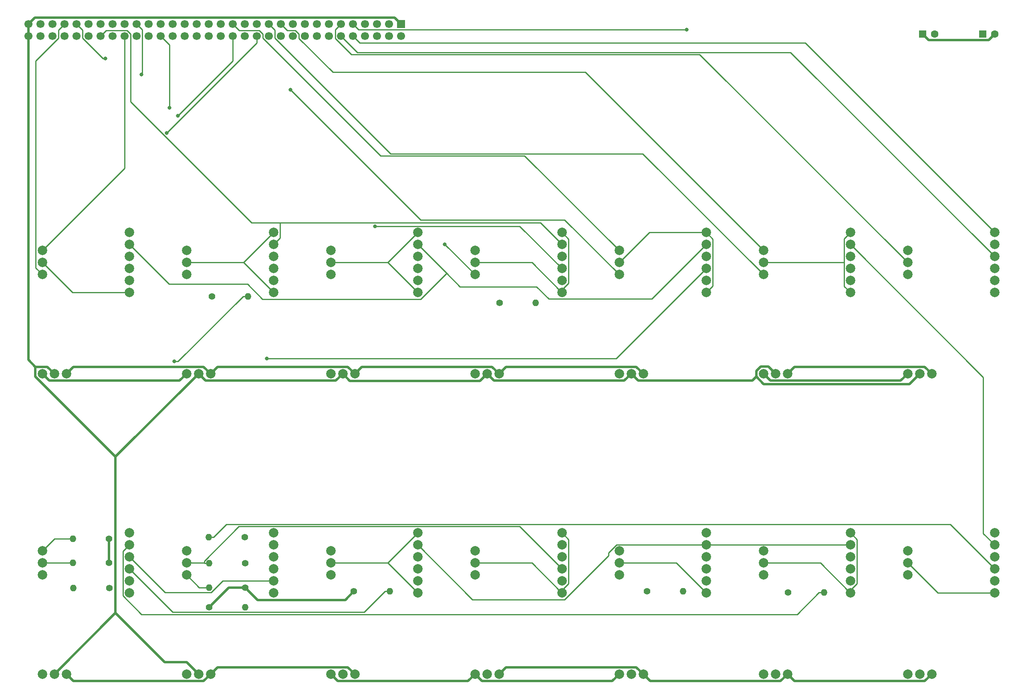
<source format=gbr>
G04 #@! TF.GenerationSoftware,KiCad,Pcbnew,(5.0.0)*
G04 #@! TF.CreationDate,2019-08-30T22:53:04+01:00*
G04 #@! TF.ProjectId,A-FK,412D464B2E6B696361645F7063620000,rev?*
G04 #@! TF.SameCoordinates,Original*
G04 #@! TF.FileFunction,Copper,L1,Top,Signal*
G04 #@! TF.FilePolarity,Positive*
%FSLAX46Y46*%
G04 Gerber Fmt 4.6, Leading zero omitted, Abs format (unit mm)*
G04 Created by KiCad (PCBNEW (5.0.0)) date 08/30/19 22:53:04*
%MOMM*%
%LPD*%
G01*
G04 APERTURE LIST*
G04 #@! TA.AperFunction,ComponentPad*
%ADD10C,2.000000*%
G04 #@! TD*
G04 #@! TA.AperFunction,ComponentPad*
%ADD11C,1.400000*%
G04 #@! TD*
G04 #@! TA.AperFunction,ComponentPad*
%ADD12O,1.400000X1.400000*%
G04 #@! TD*
G04 #@! TA.AperFunction,ComponentPad*
%ADD13C,1.600000*%
G04 #@! TD*
G04 #@! TA.AperFunction,ComponentPad*
%ADD14R,1.600000X1.600000*%
G04 #@! TD*
G04 #@! TA.AperFunction,ComponentPad*
%ADD15C,1.700000*%
G04 #@! TD*
G04 #@! TA.AperFunction,ComponentPad*
%ADD16R,1.700000X1.700000*%
G04 #@! TD*
G04 #@! TA.AperFunction,ViaPad*
%ADD17C,0.800000*%
G04 #@! TD*
G04 #@! TA.AperFunction,Conductor*
%ADD18C,0.500000*%
G04 #@! TD*
G04 #@! TA.AperFunction,Conductor*
%ADD19C,0.250000*%
G04 #@! TD*
G04 APERTURE END LIST*
D10*
G04 #@! TO.P,U8,13*
G04 #@! TO.N,CRS*
X225425000Y-78740000D03*
G04 #@! TO.P,U8,12*
G04 #@! TO.N,SFD*
X225425000Y-81280000D03*
G04 #@! TO.P,U8,11*
G04 #@! TO.N,N/C*
X225425000Y-83820000D03*
G04 #@! TO.P,U8,6*
G04 #@! TO.N,CRSm*
X243840000Y-74930000D03*
G04 #@! TO.P,U8,5*
G04 #@! TO.N,N/C*
X243840000Y-77470000D03*
G04 #@! TO.P,U8,4*
G04 #@! TO.N,SFDm*
X243840000Y-80010000D03*
G04 #@! TO.P,U8,3*
G04 #@! TO.N,N/C*
X243840000Y-82550000D03*
G04 #@! TO.P,U8,2*
X243840000Y-85090000D03*
G04 #@! TO.P,U8,1*
X243840000Y-87630000D03*
G04 #@! TO.P,U8,23*
G04 #@! TO.N,Neg6v*
X230505000Y-104775000D03*
G04 #@! TO.P,U8,22*
G04 #@! TO.N,GND*
X227965000Y-104775000D03*
G04 #@! TO.P,U8,21*
G04 #@! TO.N,6v*
X225425000Y-104775000D03*
G04 #@! TD*
G04 #@! TO.P,U1,13*
G04 #@! TO.N,OTG-1*
X225425000Y-142240000D03*
G04 #@! TO.P,U1,12*
G04 #@! TO.N,Net-(U1-Pad1)*
X225425000Y-144780000D03*
G04 #@! TO.P,U1,11*
G04 #@! TO.N,OTG-2*
X225425000Y-147320000D03*
G04 #@! TO.P,U1,6*
G04 #@! TO.N,Net-(U1-Pad1)*
X243840000Y-138430000D03*
G04 #@! TO.P,U1,5*
G04 #@! TO.N,RESET-2*
X243840000Y-140970000D03*
G04 #@! TO.P,U1,4*
G04 #@! TO.N,N/C*
X243840000Y-143510000D03*
G04 #@! TO.P,U1,3*
G04 #@! TO.N,Net-(R8-Pad2)*
X243840000Y-146050000D03*
G04 #@! TO.P,U1,2*
G04 #@! TO.N,N/C*
X243840000Y-148590000D03*
G04 #@! TO.P,U1,1*
G04 #@! TO.N,Net-(U1-Pad1)*
X243840000Y-151130000D03*
G04 #@! TO.P,U1,23*
G04 #@! TO.N,Neg6v*
X230505000Y-168275000D03*
G04 #@! TO.P,U1,22*
G04 #@! TO.N,GND*
X227965000Y-168275000D03*
G04 #@! TO.P,U1,21*
G04 #@! TO.N,6v*
X225425000Y-168275000D03*
G04 #@! TD*
G04 #@! TO.P,U12,13*
G04 #@! TO.N,OTA-1*
X103505000Y-78740000D03*
G04 #@! TO.P,U12,12*
G04 #@! TO.N,Net-(U12-Pad1)*
X103505000Y-81280000D03*
G04 #@! TO.P,U12,11*
G04 #@! TO.N,OTA-2*
X103505000Y-83820000D03*
G04 #@! TO.P,U12,6*
G04 #@! TO.N,Net-(U12-Pad1)*
X121920000Y-74930000D03*
G04 #@! TO.P,U12,5*
G04 #@! TO.N,RESET-2*
X121920000Y-77470000D03*
G04 #@! TO.P,U12,4*
G04 #@! TO.N,N/C*
X121920000Y-80010000D03*
G04 #@! TO.P,U12,3*
G04 #@! TO.N,OTA-'*
X121920000Y-82550000D03*
G04 #@! TO.P,U12,2*
G04 #@! TO.N,N/C*
X121920000Y-85090000D03*
G04 #@! TO.P,U12,1*
G04 #@! TO.N,Net-(U12-Pad1)*
X121920000Y-87630000D03*
G04 #@! TO.P,U12,23*
G04 #@! TO.N,Neg6v*
X108585000Y-104775000D03*
G04 #@! TO.P,U12,22*
G04 #@! TO.N,GND*
X106045000Y-104775000D03*
G04 #@! TO.P,U12,21*
G04 #@! TO.N,6v*
X103505000Y-104775000D03*
G04 #@! TD*
G04 #@! TO.P,U11,13*
G04 #@! TO.N,GTM1*
X133985000Y-78740000D03*
G04 #@! TO.P,U11,12*
G04 #@! TO.N,Net-(U11-Pad1)*
X133985000Y-81280000D03*
G04 #@! TO.P,U11,11*
G04 #@! TO.N,GTM2*
X133985000Y-83820000D03*
G04 #@! TO.P,U11,6*
G04 #@! TO.N,Net-(U11-Pad1)*
X152400000Y-74930000D03*
G04 #@! TO.P,U11,5*
G04 #@! TO.N,t4*
X152400000Y-77470000D03*
G04 #@! TO.P,U11,4*
G04 #@! TO.N,N/C*
X152400000Y-80010000D03*
G04 #@! TO.P,U11,3*
G04 #@! TO.N,GTMa*
X152400000Y-82550000D03*
G04 #@! TO.P,U11,2*
G04 #@! TO.N,N/C*
X152400000Y-85090000D03*
G04 #@! TO.P,U11,1*
G04 #@! TO.N,Net-(U11-Pad1)*
X152400000Y-87630000D03*
G04 #@! TO.P,U11,23*
G04 #@! TO.N,Neg6v*
X139065000Y-104775000D03*
G04 #@! TO.P,U11,22*
G04 #@! TO.N,GND*
X136525000Y-104775000D03*
G04 #@! TO.P,U11,21*
G04 #@! TO.N,6v*
X133985000Y-104775000D03*
G04 #@! TD*
G04 #@! TO.P,U14,13*
G04 #@! TO.N,OTQ-2*
X42545000Y-78740000D03*
G04 #@! TO.P,U14,12*
G04 #@! TO.N,Net-(U14-Pad1)*
X42545000Y-81280000D03*
G04 #@! TO.P,U14,11*
G04 #@! TO.N,OTQ-1*
X42545000Y-83820000D03*
G04 #@! TO.P,U14,6*
G04 #@! TO.N,Net-(U14-Pad1)*
X60960000Y-74930000D03*
G04 #@! TO.P,U14,5*
G04 #@! TO.N,RESET-2*
X60960000Y-77470000D03*
G04 #@! TO.P,U14,4*
G04 #@! TO.N,N/C*
X60960000Y-80010000D03*
G04 #@! TO.P,U14,3*
G04 #@! TO.N,Net-(R3-Pad2)*
X60960000Y-82550000D03*
G04 #@! TO.P,U14,2*
G04 #@! TO.N,N/C*
X60960000Y-85090000D03*
G04 #@! TO.P,U14,1*
G04 #@! TO.N,Net-(U14-Pad1)*
X60960000Y-87630000D03*
G04 #@! TO.P,U14,23*
G04 #@! TO.N,Neg6v*
X47625000Y-104775000D03*
G04 #@! TO.P,U14,22*
G04 #@! TO.N,GND*
X45085000Y-104775000D03*
G04 #@! TO.P,U14,21*
G04 #@! TO.N,6v*
X42545000Y-104775000D03*
G04 #@! TD*
G04 #@! TO.P,U13,13*
G04 #@! TO.N,GTQ2*
X73025000Y-78740000D03*
G04 #@! TO.P,U13,12*
G04 #@! TO.N,Net-(U13-Pad1)*
X73025000Y-81280000D03*
G04 #@! TO.P,U13,11*
G04 #@! TO.N,GTQ1*
X73025000Y-83820000D03*
G04 #@! TO.P,U13,6*
G04 #@! TO.N,Net-(U13-Pad1)*
X91440000Y-74930000D03*
G04 #@! TO.P,U13,5*
G04 #@! TO.N,t4*
X91440000Y-77470000D03*
G04 #@! TO.P,U13,4*
G04 #@! TO.N,N/C*
X91440000Y-80010000D03*
G04 #@! TO.P,U13,3*
G04 #@! TO.N,GTQa*
X91440000Y-82550000D03*
G04 #@! TO.P,U13,2*
G04 #@! TO.N,N/C*
X91440000Y-85090000D03*
G04 #@! TO.P,U13,1*
G04 #@! TO.N,Net-(U13-Pad1)*
X91440000Y-87630000D03*
G04 #@! TO.P,U13,23*
G04 #@! TO.N,Neg6v*
X78105000Y-104775000D03*
G04 #@! TO.P,U13,22*
G04 #@! TO.N,GND*
X75565000Y-104775000D03*
G04 #@! TO.P,U13,21*
G04 #@! TO.N,6v*
X73025000Y-104775000D03*
G04 #@! TD*
D11*
G04 #@! TO.P,R3,1*
G04 #@! TO.N,6v*
X56692800Y-150063000D03*
D12*
G04 #@! TO.P,R3,2*
G04 #@! TO.N,Net-(R3-Pad2)*
X49072800Y-150063000D03*
G04 #@! TD*
D11*
G04 #@! TO.P,R4,1*
G04 #@! TO.N,6v*
X56642000Y-144729000D03*
D12*
G04 #@! TO.P,R4,2*
G04 #@! TO.N,OTA-'*
X49022000Y-144729000D03*
G04 #@! TD*
D11*
G04 #@! TO.P,R5,1*
G04 #@! TO.N,6v*
X56616600Y-139675000D03*
D12*
G04 #@! TO.P,R5,2*
G04 #@! TO.N,OTJ-'*
X48996600Y-139675000D03*
G04 #@! TD*
D11*
G04 #@! TO.P,R6,1*
G04 #@! TO.N,6v*
X85394800Y-149962000D03*
D12*
G04 #@! TO.P,R6,2*
G04 #@! TO.N,Net-(R6-Pad2)*
X77774800Y-149962000D03*
G04 #@! TD*
D11*
G04 #@! TO.P,R7,1*
G04 #@! TO.N,6v*
X85445600Y-144805000D03*
D12*
G04 #@! TO.P,R7,2*
G04 #@! TO.N,Net-(R7-Pad2)*
X77825600Y-144805000D03*
G04 #@! TD*
D11*
G04 #@! TO.P,R8,1*
G04 #@! TO.N,6v*
X85293200Y-139319000D03*
D12*
G04 #@! TO.P,R8,2*
G04 #@! TO.N,Net-(R8-Pad2)*
X77673200Y-139319000D03*
G04 #@! TD*
D11*
G04 #@! TO.P,R9,1*
G04 #@! TO.N,6v*
X77825600Y-154102000D03*
D12*
G04 #@! TO.P,R9,2*
G04 #@! TO.N,OTMa*
X85445600Y-154102000D03*
G04 #@! TD*
D11*
G04 #@! TO.P,R10,1*
G04 #@! TO.N,6v*
X108382000Y-150774000D03*
D12*
G04 #@! TO.P,R10,2*
G04 #@! TO.N,GTAa*
X116002000Y-150774000D03*
G04 #@! TD*
D11*
G04 #@! TO.P,R11,1*
G04 #@! TO.N,6v*
X200101000Y-151003000D03*
D12*
G04 #@! TO.P,R11,2*
G04 #@! TO.N,GTJa*
X207721000Y-151003000D03*
G04 #@! TD*
D11*
G04 #@! TO.P,R12,1*
G04 #@! TO.N,6v*
X139167000Y-89763600D03*
D12*
G04 #@! TO.P,R12,2*
G04 #@! TO.N,GTMa*
X146787000Y-89763600D03*
G04 #@! TD*
D11*
G04 #@! TO.P,R13,1*
G04 #@! TO.N,6v*
X78359000Y-88417400D03*
D12*
G04 #@! TO.P,R13,2*
G04 #@! TO.N,GTQa*
X85979000Y-88417400D03*
G04 #@! TD*
D11*
G04 #@! TO.P,R14,1*
G04 #@! TO.N,6v*
X170332000Y-150724000D03*
D12*
G04 #@! TO.P,R14,2*
G04 #@! TO.N,WTMa*
X177952000Y-150724000D03*
G04 #@! TD*
D10*
G04 #@! TO.P,U2,13*
G04 #@! TO.N,GTJ1*
X194945000Y-142240000D03*
G04 #@! TO.P,U2,12*
G04 #@! TO.N,Net-(U2-Pad1)*
X194945000Y-144780000D03*
G04 #@! TO.P,U2,11*
G04 #@! TO.N,GTJ2*
X194945000Y-147320000D03*
G04 #@! TO.P,U2,6*
G04 #@! TO.N,Net-(U2-Pad1)*
X213360000Y-138430000D03*
G04 #@! TO.P,U2,5*
G04 #@! TO.N,t4*
X213360000Y-140970000D03*
G04 #@! TO.P,U2,4*
G04 #@! TO.N,N/C*
X213360000Y-143510000D03*
G04 #@! TO.P,U2,3*
G04 #@! TO.N,GTJa*
X213360000Y-146050000D03*
G04 #@! TO.P,U2,2*
G04 #@! TO.N,N/C*
X213360000Y-148590000D03*
G04 #@! TO.P,U2,1*
G04 #@! TO.N,Net-(U2-Pad1)*
X213360000Y-151130000D03*
G04 #@! TO.P,U2,23*
G04 #@! TO.N,Neg6v*
X200025000Y-168275000D03*
G04 #@! TO.P,U2,22*
G04 #@! TO.N,GND*
X197485000Y-168275000D03*
G04 #@! TO.P,U2,21*
G04 #@! TO.N,6v*
X194945000Y-168275000D03*
G04 #@! TD*
G04 #@! TO.P,U3,13*
G04 #@! TO.N,WTM1*
X164465000Y-142240000D03*
G04 #@! TO.P,U3,12*
G04 #@! TO.N,Net-(U3-Pad1)*
X164465000Y-144780000D03*
G04 #@! TO.P,U3,11*
G04 #@! TO.N,WTM2*
X164465000Y-147320000D03*
G04 #@! TO.P,U3,6*
G04 #@! TO.N,Net-(U3-Pad1)*
X182880000Y-138430000D03*
G04 #@! TO.P,U3,5*
G04 #@! TO.N,t4*
X182880000Y-140970000D03*
G04 #@! TO.P,U3,4*
G04 #@! TO.N,N/C*
X182880000Y-143510000D03*
G04 #@! TO.P,U3,3*
G04 #@! TO.N,WTMa*
X182880000Y-146050000D03*
G04 #@! TO.P,U3,2*
G04 #@! TO.N,N/C*
X182880000Y-148590000D03*
G04 #@! TO.P,U3,1*
G04 #@! TO.N,Net-(U3-Pad1)*
X182880000Y-151130000D03*
G04 #@! TO.P,U3,23*
G04 #@! TO.N,Neg6v*
X169545000Y-168275000D03*
G04 #@! TO.P,U3,22*
G04 #@! TO.N,GND*
X167005000Y-168275000D03*
G04 #@! TO.P,U3,21*
G04 #@! TO.N,6v*
X164465000Y-168275000D03*
G04 #@! TD*
G04 #@! TO.P,U4,13*
G04 #@! TO.N,OTP-1*
X133985000Y-142240000D03*
G04 #@! TO.P,U4,12*
G04 #@! TO.N,Net-(U4-Pad1)*
X133985000Y-144780000D03*
G04 #@! TO.P,U4,11*
G04 #@! TO.N,OTP-2*
X133985000Y-147320000D03*
G04 #@! TO.P,U4,6*
G04 #@! TO.N,Net-(U4-Pad1)*
X152400000Y-138430000D03*
G04 #@! TO.P,U4,5*
G04 #@! TO.N,RESET-2*
X152400000Y-140970000D03*
G04 #@! TO.P,U4,4*
G04 #@! TO.N,N/C*
X152400000Y-143510000D03*
G04 #@! TO.P,U4,3*
G04 #@! TO.N,Net-(R7-Pad2)*
X152400000Y-146050000D03*
G04 #@! TO.P,U4,2*
G04 #@! TO.N,N/C*
X152400000Y-148590000D03*
G04 #@! TO.P,U4,1*
G04 #@! TO.N,Net-(U4-Pad1)*
X152400000Y-151130000D03*
G04 #@! TO.P,U4,23*
G04 #@! TO.N,Neg6v*
X139065000Y-168275000D03*
G04 #@! TO.P,U4,22*
G04 #@! TO.N,GND*
X136525000Y-168275000D03*
G04 #@! TO.P,U4,21*
G04 #@! TO.N,6v*
X133985000Y-168275000D03*
G04 #@! TD*
G04 #@! TO.P,U5,13*
G04 #@! TO.N,GTA2*
X103505000Y-142240000D03*
G04 #@! TO.P,U5,12*
G04 #@! TO.N,Net-(U5-Pad1)*
X103505000Y-144780000D03*
G04 #@! TO.P,U5,11*
G04 #@! TO.N,GTA1*
X103505000Y-147320000D03*
G04 #@! TO.P,U5,6*
G04 #@! TO.N,Net-(U5-Pad1)*
X121920000Y-138430000D03*
G04 #@! TO.P,U5,5*
G04 #@! TO.N,t4*
X121920000Y-140970000D03*
G04 #@! TO.P,U5,4*
G04 #@! TO.N,N/C*
X121920000Y-143510000D03*
G04 #@! TO.P,U5,3*
G04 #@! TO.N,GTAa*
X121920000Y-146050000D03*
G04 #@! TO.P,U5,2*
G04 #@! TO.N,N/C*
X121920000Y-148590000D03*
G04 #@! TO.P,U5,1*
G04 #@! TO.N,Net-(U5-Pad1)*
X121920000Y-151130000D03*
G04 #@! TO.P,U5,23*
G04 #@! TO.N,Neg6v*
X108585000Y-168275000D03*
G04 #@! TO.P,U5,22*
G04 #@! TO.N,GND*
X106045000Y-168275000D03*
G04 #@! TO.P,U5,21*
G04 #@! TO.N,6v*
X103505000Y-168275000D03*
G04 #@! TD*
G04 #@! TO.P,U6,13*
G04 #@! TO.N,Net-(R8-Pad2)*
X73025000Y-142240000D03*
G04 #@! TO.P,U6,12*
G04 #@! TO.N,Net-(R7-Pad2)*
X73025000Y-144780000D03*
G04 #@! TO.P,U6,11*
G04 #@! TO.N,Net-(R6-Pad2)*
X73025000Y-147320000D03*
G04 #@! TO.P,U6,6*
G04 #@! TO.N,t1*
X91440000Y-138430000D03*
G04 #@! TO.P,U6,5*
G04 #@! TO.N,N/C*
X91440000Y-140970000D03*
G04 #@! TO.P,U6,4*
G04 #@! TO.N,t1*
X91440000Y-143510000D03*
G04 #@! TO.P,U6,3*
G04 #@! TO.N,MTPa*
X91440000Y-146050000D03*
G04 #@! TO.P,U6,2*
G04 #@! TO.N,t3-2*
X91440000Y-148590000D03*
G04 #@! TO.P,U6,1*
G04 #@! TO.N,OTMa*
X91440000Y-151130000D03*
G04 #@! TO.P,U6,23*
G04 #@! TO.N,Neg6v*
X78105000Y-168275000D03*
G04 #@! TO.P,U6,22*
G04 #@! TO.N,GND*
X75565000Y-168275000D03*
G04 #@! TO.P,U6,21*
G04 #@! TO.N,6v*
X73025000Y-168275000D03*
G04 #@! TD*
G04 #@! TO.P,U7,13*
G04 #@! TO.N,OTJ-'*
X42545000Y-142240000D03*
G04 #@! TO.P,U7,12*
G04 #@! TO.N,OTA-'*
X42545000Y-144780000D03*
G04 #@! TO.P,U7,11*
G04 #@! TO.N,Net-(R3-Pad2)*
X42545000Y-147320000D03*
G04 #@! TO.P,U7,6*
G04 #@! TO.N,t3-2*
X60960000Y-138430000D03*
G04 #@! TO.P,U7,5*
G04 #@! TO.N,GTJa*
X60960000Y-140970000D03*
G04 #@! TO.P,U7,4*
G04 #@! TO.N,t3-2*
X60960000Y-143510000D03*
G04 #@! TO.P,U7,3*
G04 #@! TO.N,GTAa*
X60960000Y-146050000D03*
G04 #@! TO.P,U7,2*
G04 #@! TO.N,t3-2*
X60960000Y-148590000D03*
G04 #@! TO.P,U7,1*
G04 #@! TO.N,GTQa*
X60960000Y-151130000D03*
G04 #@! TO.P,U7,23*
G04 #@! TO.N,Neg6v*
X47625000Y-168275000D03*
G04 #@! TO.P,U7,22*
G04 #@! TO.N,GND*
X45085000Y-168275000D03*
G04 #@! TO.P,U7,21*
G04 #@! TO.N,6v*
X42545000Y-168275000D03*
G04 #@! TD*
G04 #@! TO.P,U9,13*
G04 #@! TO.N,OTJ-1*
X194945000Y-78740000D03*
G04 #@! TO.P,U9,12*
G04 #@! TO.N,Net-(U9-Pad1)*
X194945000Y-81280000D03*
G04 #@! TO.P,U9,11*
G04 #@! TO.N,OTJ-2*
X194945000Y-83820000D03*
G04 #@! TO.P,U9,6*
G04 #@! TO.N,Net-(U9-Pad1)*
X213360000Y-74930000D03*
G04 #@! TO.P,U9,5*
G04 #@! TO.N,RESET-2*
X213360000Y-77470000D03*
G04 #@! TO.P,U9,4*
G04 #@! TO.N,N/C*
X213360000Y-80010000D03*
G04 #@! TO.P,U9,3*
G04 #@! TO.N,OTJ-'*
X213360000Y-82550000D03*
G04 #@! TO.P,U9,2*
G04 #@! TO.N,N/C*
X213360000Y-85090000D03*
G04 #@! TO.P,U9,1*
G04 #@! TO.N,Net-(U9-Pad1)*
X213360000Y-87630000D03*
G04 #@! TO.P,U9,23*
G04 #@! TO.N,Neg6v*
X200025000Y-104775000D03*
G04 #@! TO.P,U9,22*
G04 #@! TO.N,GND*
X197485000Y-104775000D03*
G04 #@! TO.P,U9,21*
G04 #@! TO.N,6v*
X194945000Y-104775000D03*
G04 #@! TD*
G04 #@! TO.P,U10,13*
G04 #@! TO.N,OTM-1*
X164465000Y-78740000D03*
G04 #@! TO.P,U10,12*
G04 #@! TO.N,Net-(U10-Pad1)*
X164465000Y-81280000D03*
G04 #@! TO.P,U10,11*
G04 #@! TO.N,OTM-2*
X164465000Y-83820000D03*
G04 #@! TO.P,U10,6*
G04 #@! TO.N,Net-(U10-Pad1)*
X182880000Y-74930000D03*
G04 #@! TO.P,U10,5*
G04 #@! TO.N,RESET-2*
X182880000Y-77470000D03*
G04 #@! TO.P,U10,4*
G04 #@! TO.N,N/C*
X182880000Y-80010000D03*
G04 #@! TO.P,U10,3*
G04 #@! TO.N,Net-(R6-Pad2)*
X182880000Y-82550000D03*
G04 #@! TO.P,U10,2*
G04 #@! TO.N,N/C*
X182880000Y-85090000D03*
G04 #@! TO.P,U10,1*
G04 #@! TO.N,Net-(U10-Pad1)*
X182880000Y-87630000D03*
G04 #@! TO.P,U10,23*
G04 #@! TO.N,Neg6v*
X169545000Y-104775000D03*
G04 #@! TO.P,U10,22*
G04 #@! TO.N,GND*
X167005000Y-104775000D03*
G04 #@! TO.P,U10,21*
G04 #@! TO.N,6v*
X164465000Y-104775000D03*
G04 #@! TD*
D13*
G04 #@! TO.P,C1,2*
G04 #@! TO.N,GND*
X243800000Y-33020000D03*
D14*
G04 #@! TO.P,C1,1*
G04 #@! TO.N,6v*
X241300000Y-33020000D03*
G04 #@! TD*
D13*
G04 #@! TO.P,C2,2*
G04 #@! TO.N,Neg6v*
X231100000Y-33020000D03*
D14*
G04 #@! TO.P,C2,1*
G04 #@! TO.N,GND*
X228600000Y-33020000D03*
G04 #@! TD*
D15*
G04 #@! TO.P,J1,AL*
G04 #@! TO.N,GND*
X39605000Y-33401000D03*
G04 #@! TO.P,J1,32*
X39605000Y-30861000D03*
G04 #@! TO.P,J1,AK*
G04 #@! TO.N,Neg6v*
X42145000Y-33401000D03*
G04 #@! TO.P,J1,31*
X42145000Y-30861000D03*
G04 #@! TO.P,J1,AJ*
G04 #@! TO.N,N/C*
X44685000Y-33401000D03*
G04 #@! TO.P,J1,30*
X44685000Y-30861000D03*
G04 #@! TO.P,J1,AH*
G04 #@! TO.N,RESET-2*
X47225000Y-33401000D03*
G04 #@! TO.P,J1,29*
G04 #@! TO.N,OTQ-1*
X47225000Y-30861000D03*
G04 #@! TO.P,J1,AF*
G04 #@! TO.N,t1*
X49765000Y-33401000D03*
G04 #@! TO.P,J1,28*
G04 #@! TO.N,GTQ2*
X49765000Y-30861000D03*
G04 #@! TO.P,J1,AE*
G04 #@! TO.N,t3-2*
X52305000Y-33401000D03*
G04 #@! TO.P,J1,27*
G04 #@! TO.N,GTQ1*
X52305000Y-30861000D03*
G04 #@! TO.P,J1,AD*
G04 #@! TO.N,t4*
X54845000Y-33401000D03*
G04 #@! TO.P,J1,26*
G04 #@! TO.N,OTA-2*
X54845000Y-30861000D03*
G04 #@! TO.P,J1,AC*
G04 #@! TO.N,GTQa*
X57385000Y-33401000D03*
G04 #@! TO.P,J1,25*
G04 #@! TO.N,OTA-1*
X57385000Y-30861000D03*
G04 #@! TO.P,J1,AB*
G04 #@! TO.N,OTQ-2*
X59925000Y-33401000D03*
G04 #@! TO.P,J1,24*
G04 #@! TO.N,GTA2*
X59925000Y-30861000D03*
G04 #@! TO.P,J1,AA*
G04 #@! TO.N,GTAa*
X62465000Y-33401000D03*
G04 #@! TO.P,J1,23*
G04 #@! TO.N,GTA1*
X62465000Y-30861000D03*
G04 #@! TO.P,J1,Z*
G04 #@! TO.N,OTA-'*
X65005000Y-33401000D03*
G04 #@! TO.P,J1,22*
G04 #@! TO.N,OTP-2*
X65005000Y-30861000D03*
G04 #@! TO.P,J1,Y*
G04 #@! TO.N,MTPa*
X67545000Y-33401000D03*
G04 #@! TO.P,J1,21*
G04 #@! TO.N,OTP-1*
X67545000Y-30861000D03*
G04 #@! TO.P,J1,X*
G04 #@! TO.N,N/C*
X70085000Y-33401000D03*
G04 #@! TO.P,J1,20*
G04 #@! TO.N,GTM2*
X70085000Y-30861000D03*
G04 #@! TO.P,J1,W*
G04 #@! TO.N,GTMa*
X72625000Y-33401000D03*
G04 #@! TO.P,J1,19*
G04 #@! TO.N,GTM1*
X72625000Y-30861000D03*
G04 #@! TO.P,J1,V*
G04 #@! TO.N,N/C*
X75165000Y-33401000D03*
G04 #@! TO.P,J1,18*
G04 #@! TO.N,WTM2*
X75165000Y-30861000D03*
G04 #@! TO.P,J1,U*
G04 #@! TO.N,WTMa*
X77705000Y-33401000D03*
G04 #@! TO.P,J1,17*
G04 #@! TO.N,WTM1*
X77705000Y-30861000D03*
G04 #@! TO.P,J1,T*
G04 #@! TO.N,N/C*
X80245000Y-33401000D03*
G04 #@! TO.P,J1,16*
G04 #@! TO.N,OTM-2*
X80245000Y-30861000D03*
G04 #@! TO.P,J1,S*
G04 #@! TO.N,OTMa*
X82785000Y-33401000D03*
G04 #@! TO.P,J1,15*
G04 #@! TO.N,OTM-1*
X82785000Y-30861000D03*
G04 #@! TO.P,J1,R*
G04 #@! TO.N,N/C*
X85325000Y-33401000D03*
G04 #@! TO.P,J1,14*
G04 #@! TO.N,GTJ2*
X85325000Y-30861000D03*
G04 #@! TO.P,J1,P*
G04 #@! TO.N,GTJa*
X87865000Y-33401000D03*
G04 #@! TO.P,J1,13*
G04 #@! TO.N,GTJ1*
X87865000Y-30861000D03*
G04 #@! TO.P,J1,N*
G04 #@! TO.N,N/C*
X90405000Y-33401000D03*
G04 #@! TO.P,J1,12*
G04 #@! TO.N,OTJ-2*
X90405000Y-30861000D03*
G04 #@! TO.P,J1,M*
G04 #@! TO.N,OTJ-'*
X92945000Y-33401000D03*
G04 #@! TO.P,J1,11*
G04 #@! TO.N,OTJ-1*
X92945000Y-30861000D03*
G04 #@! TO.P,J1,L*
G04 #@! TO.N,N/C*
X95485000Y-33401000D03*
G04 #@! TO.P,J1,10*
G04 #@! TO.N,OTG-2*
X95485000Y-30861000D03*
G04 #@! TO.P,J1,K*
G04 #@! TO.N,N/C*
X98025000Y-33401000D03*
G04 #@! TO.P,J1,9*
G04 #@! TO.N,OTG-1*
X98025000Y-30861000D03*
G04 #@! TO.P,J1,J*
G04 #@! TO.N,N/C*
X100565000Y-33401000D03*
G04 #@! TO.P,J1,8*
X100565000Y-30861000D03*
G04 #@! TO.P,J1,H*
X103105000Y-33401000D03*
G04 #@! TO.P,J1,7*
X103105000Y-30861000D03*
G04 #@! TO.P,J1,F*
G04 #@! TO.N,SFDm*
X105645000Y-33401000D03*
G04 #@! TO.P,J1,6*
G04 #@! TO.N,SFD*
X105645000Y-30861000D03*
G04 #@! TO.P,J1,E*
G04 #@! TO.N,CRSm*
X108185000Y-33401000D03*
G04 #@! TO.P,J1,5*
G04 #@! TO.N,CRS*
X108185000Y-30861000D03*
G04 #@! TO.P,J1,D*
G04 #@! TO.N,N/C*
X110725000Y-33401000D03*
G04 #@! TO.P,J1,4*
X110725000Y-30861000D03*
G04 #@! TO.P,J1,C*
X113265000Y-33401000D03*
G04 #@! TO.P,J1,3*
X113265000Y-30861000D03*
G04 #@! TO.P,J1,B*
G04 #@! TO.N,6v*
X115805000Y-33401000D03*
G04 #@! TO.P,J1,2*
X115805000Y-30861000D03*
G04 #@! TO.P,J1,A*
G04 #@! TO.N,GND*
X118345000Y-33401000D03*
D16*
G04 #@! TO.P,J1,1*
X118345000Y-30861000D03*
G04 #@! TD*
D17*
G04 #@! TO.N,GTQ2*
X55828000Y-38158800D03*
G04 #@! TO.N,GTQa*
X70398400Y-102170100D03*
G04 #@! TO.N,GTA1*
X63449300Y-41541500D03*
G04 #@! TO.N,MTPa*
X69413600Y-48556300D03*
G04 #@! TO.N,GTM2*
X127563000Y-77398000D03*
G04 #@! TO.N,GTMa*
X112828600Y-73604600D03*
G04 #@! TO.N,OTM-2*
X94950300Y-44711300D03*
G04 #@! TO.N,OTMa*
X71160200Y-50287400D03*
G04 #@! TO.N,GTJa*
X68844600Y-53871100D03*
G04 #@! TO.N,CRS*
X178721400Y-32036400D03*
G04 #@! TO.N,Net-(R6-Pad2)*
X89975500Y-101577900D03*
G04 #@! TD*
D18*
G04 #@! TO.N,6v*
X164465000Y-168275000D02*
X163014600Y-169725400D01*
X163014600Y-169725400D02*
X135435400Y-169725400D01*
X135435400Y-169725400D02*
X133985000Y-168275000D01*
X56642000Y-144729000D02*
X56616600Y-144703600D01*
X56616600Y-144703600D02*
X56616600Y-139675000D01*
X103505000Y-168275000D02*
X104955400Y-169725400D01*
X104955400Y-169725400D02*
X132534600Y-169725400D01*
X132534600Y-169725400D02*
X133985000Y-168275000D01*
X108382000Y-150774000D02*
X106569600Y-152586400D01*
X106569600Y-152586400D02*
X88019200Y-152586400D01*
X88019200Y-152586400D02*
X85394800Y-149962000D01*
X42545000Y-104775000D02*
X43996700Y-106226700D01*
X43996700Y-106226700D02*
X71573300Y-106226700D01*
X71573300Y-106226700D02*
X73025000Y-104775000D01*
X77825600Y-154102000D02*
X81965600Y-149962000D01*
X81965600Y-149962000D02*
X85394800Y-149962000D01*
X194945000Y-104775000D02*
X196395400Y-106225400D01*
X196395400Y-106225400D02*
X223974600Y-106225400D01*
X223974600Y-106225400D02*
X225425000Y-104775000D01*
G04 #@! TO.N,Neg6v*
X78105000Y-168275000D02*
X76622800Y-169757200D01*
X76622800Y-169757200D02*
X49107200Y-169757200D01*
X49107200Y-169757200D02*
X47625000Y-168275000D01*
X108585000Y-168275000D02*
X107112700Y-166802700D01*
X107112700Y-166802700D02*
X79577300Y-166802700D01*
X79577300Y-166802700D02*
X78105000Y-168275000D01*
X47625000Y-104775000D02*
X49075400Y-103324600D01*
X49075400Y-103324600D02*
X76654600Y-103324600D01*
X76654600Y-103324600D02*
X78105000Y-104775000D01*
X169545000Y-104775000D02*
X168093400Y-103323400D01*
X168093400Y-103323400D02*
X140516600Y-103323400D01*
X140516600Y-103323400D02*
X139065000Y-104775000D01*
X139065000Y-104775000D02*
X137614700Y-103324700D01*
X137614700Y-103324700D02*
X110035300Y-103324700D01*
X110035300Y-103324700D02*
X108585000Y-104775000D01*
X78105000Y-104775000D02*
X79574100Y-103305900D01*
X79574100Y-103305900D02*
X107115900Y-103305900D01*
X107115900Y-103305900D02*
X108585000Y-104775000D01*
X200025000Y-168275000D02*
X201479700Y-169729700D01*
X201479700Y-169729700D02*
X229050300Y-169729700D01*
X229050300Y-169729700D02*
X230505000Y-168275000D01*
X200025000Y-168275000D02*
X198573800Y-169726200D01*
X198573800Y-169726200D02*
X170996200Y-169726200D01*
X170996200Y-169726200D02*
X169545000Y-168275000D01*
X139065000Y-168275000D02*
X140516000Y-166824000D01*
X140516000Y-166824000D02*
X168094000Y-166824000D01*
X168094000Y-166824000D02*
X169545000Y-168275000D01*
X200025000Y-104775000D02*
X201493000Y-103307000D01*
X201493000Y-103307000D02*
X229037000Y-103307000D01*
X229037000Y-103307000D02*
X230505000Y-104775000D01*
G04 #@! TO.N,GND*
X167005000Y-104775000D02*
X168466600Y-106236600D01*
X168466600Y-106236600D02*
X192603800Y-106236600D01*
X192603800Y-106236600D02*
X193449100Y-105391300D01*
X136525000Y-104775000D02*
X137975400Y-106225400D01*
X137975400Y-106225400D02*
X165554600Y-106225400D01*
X165554600Y-106225400D02*
X167005000Y-104775000D01*
X106045000Y-104775000D02*
X107530400Y-106260400D01*
X107530400Y-106260400D02*
X135039600Y-106260400D01*
X135039600Y-106260400D02*
X136525000Y-104775000D01*
X75565000Y-104775000D02*
X77015400Y-106225400D01*
X77015400Y-106225400D02*
X104594600Y-106225400D01*
X104594600Y-106225400D02*
X106045000Y-104775000D01*
X58013700Y-155346300D02*
X45085000Y-168275000D01*
X58013700Y-122326300D02*
X58013700Y-155346300D01*
X58013700Y-155346300D02*
X68407900Y-165740500D01*
X68407900Y-165740500D02*
X73030500Y-165740500D01*
X73030500Y-165740500D02*
X75565000Y-168275000D01*
X58013700Y-122326300D02*
X75565000Y-104775000D01*
X41089600Y-103316000D02*
X41089600Y-105402200D01*
X41089600Y-105402200D02*
X58013700Y-122326300D01*
X41089600Y-103316000D02*
X43626000Y-103316000D01*
X43626000Y-103316000D02*
X45085000Y-104775000D01*
X39605000Y-33401000D02*
X39605000Y-101831400D01*
X39605000Y-101831400D02*
X41089600Y-103316000D01*
X39605000Y-30861000D02*
X39605000Y-33401000D01*
X118345000Y-30861000D02*
X117018500Y-29534500D01*
X117018500Y-29534500D02*
X40931500Y-29534500D01*
X40931500Y-29534500D02*
X39605000Y-30861000D01*
X193449100Y-105391300D02*
X193449100Y-104204000D01*
X193449100Y-104204000D02*
X194372500Y-103280600D01*
X194372500Y-103280600D02*
X195990600Y-103280600D01*
X195990600Y-103280600D02*
X197485000Y-104775000D01*
X227965000Y-104775000D02*
X225786600Y-106953400D01*
X225786600Y-106953400D02*
X195011200Y-106953400D01*
X195011200Y-106953400D02*
X193449100Y-105391300D01*
X228600000Y-33020000D02*
X229850400Y-34270400D01*
X229850400Y-34270400D02*
X242549600Y-34270400D01*
X242549600Y-34270400D02*
X243800000Y-33020000D01*
D19*
G04 #@! TO.N,RESET-2*
X127973200Y-83523200D02*
X121920000Y-77470000D01*
X182880000Y-77470000D02*
X171375500Y-88974500D01*
X171375500Y-88974500D02*
X149602100Y-88974500D01*
X149602100Y-88974500D02*
X146996100Y-86368500D01*
X146996100Y-86368500D02*
X130818500Y-86368500D01*
X130818500Y-86368500D02*
X127973200Y-83523200D01*
X60960000Y-77470000D02*
X69340300Y-85850300D01*
X69340300Y-85850300D02*
X85900400Y-85850300D01*
X85900400Y-85850300D02*
X89060800Y-89010700D01*
X89060800Y-89010700D02*
X122485700Y-89010700D01*
X122485700Y-89010700D02*
X127973200Y-83523200D01*
X213360000Y-77470000D02*
X241393900Y-105503900D01*
X241393900Y-105503900D02*
X241393900Y-138523900D01*
X241393900Y-138523900D02*
X243840000Y-140970000D01*
G04 #@! TO.N,OTQ-1*
X47225000Y-30861000D02*
X45955000Y-32131000D01*
X45955000Y-32131000D02*
X45955000Y-33848500D01*
X45955000Y-33848500D02*
X41132900Y-38670600D01*
X41132900Y-38670600D02*
X41132900Y-82407900D01*
X41132900Y-82407900D02*
X42545000Y-83820000D01*
G04 #@! TO.N,GTQ2*
X49765000Y-30861000D02*
X51035000Y-32131000D01*
X51035000Y-32131000D02*
X51035000Y-33819900D01*
X51035000Y-33819900D02*
X55373900Y-38158800D01*
X55373900Y-38158800D02*
X55828000Y-38158800D01*
G04 #@! TO.N,t3-2*
X60960000Y-143510000D02*
X68478300Y-151028300D01*
X68478300Y-151028300D02*
X78209100Y-151028300D01*
X78209100Y-151028300D02*
X80647400Y-148590000D01*
X80647400Y-148590000D02*
X91440000Y-148590000D01*
G04 #@! TO.N,t4*
X54845000Y-33401000D02*
X56020400Y-32225600D01*
X56020400Y-32225600D02*
X60450600Y-32225600D01*
X60450600Y-32225600D02*
X61195000Y-32970000D01*
X61195000Y-32970000D02*
X61195000Y-47248400D01*
X61195000Y-47248400D02*
X86799200Y-72852600D01*
X86799200Y-72852600D02*
X92797800Y-72852600D01*
X92797800Y-72852600D02*
X92797800Y-76112200D01*
X92797800Y-76112200D02*
X91440000Y-77470000D01*
X92797800Y-72852600D02*
X147782600Y-72852600D01*
X147782600Y-72852600D02*
X152400000Y-77470000D01*
X121920000Y-140970000D02*
X133449700Y-152499700D01*
X133449700Y-152499700D02*
X152914300Y-152499700D01*
X152914300Y-152499700D02*
X162169900Y-143244100D01*
X162169900Y-143244100D02*
X162169900Y-142608200D01*
X162169900Y-142608200D02*
X163869600Y-140908500D01*
X163869600Y-140908500D02*
X182880000Y-140908500D01*
X182880000Y-140908500D02*
X182880000Y-140970000D01*
X182880000Y-140908500D02*
X213298500Y-140908500D01*
X213298500Y-140908500D02*
X213360000Y-140970000D01*
G04 #@! TO.N,GTQa*
X85979000Y-88417400D02*
X84953700Y-88417400D01*
X84953700Y-88417400D02*
X71201000Y-102170100D01*
X71201000Y-102170100D02*
X70398400Y-102170100D01*
G04 #@! TO.N,OTQ-2*
X59925000Y-33401000D02*
X59925000Y-61360000D01*
X59925000Y-61360000D02*
X42545000Y-78740000D01*
G04 #@! TO.N,GTAa*
X116002000Y-150774000D02*
X114976700Y-150774000D01*
X114976700Y-150774000D02*
X110579400Y-155171300D01*
X110579400Y-155171300D02*
X70081300Y-155171300D01*
X70081300Y-155171300D02*
X60960000Y-146050000D01*
G04 #@! TO.N,GTA1*
X62465000Y-30861000D02*
X63663600Y-32059600D01*
X63663600Y-32059600D02*
X63663600Y-41327200D01*
X63663600Y-41327200D02*
X63449300Y-41541500D01*
G04 #@! TO.N,OTA-'*
X49022000Y-144729000D02*
X47996700Y-144729000D01*
X42545000Y-144780000D02*
X47945700Y-144780000D01*
X47945700Y-144780000D02*
X47996700Y-144729000D01*
G04 #@! TO.N,MTPa*
X67545000Y-33401000D02*
X69413600Y-35269600D01*
X69413600Y-35269600D02*
X69413600Y-48556300D01*
G04 #@! TO.N,GTM2*
X133985000Y-83820000D02*
X127563000Y-77398000D01*
G04 #@! TO.N,GTMa*
X152400000Y-82550000D02*
X143454600Y-73604600D01*
X143454600Y-73604600D02*
X112828600Y-73604600D01*
G04 #@! TO.N,OTM-2*
X164465000Y-83820000D02*
X152917200Y-72272200D01*
X152917200Y-72272200D02*
X122511200Y-72272200D01*
X122511200Y-72272200D02*
X94950300Y-44711300D01*
G04 #@! TO.N,OTMa*
X82785000Y-33401000D02*
X82785000Y-38662600D01*
X82785000Y-38662600D02*
X71160200Y-50287400D01*
G04 #@! TO.N,OTM-1*
X82785000Y-30861000D02*
X84149600Y-32225600D01*
X84149600Y-32225600D02*
X88390600Y-32225600D01*
X88390600Y-32225600D02*
X89135000Y-32970000D01*
X89135000Y-32970000D02*
X89135000Y-33812200D01*
X89135000Y-33812200D02*
X114037100Y-58714300D01*
X114037100Y-58714300D02*
X144439300Y-58714300D01*
X144439300Y-58714300D02*
X164465000Y-78740000D01*
G04 #@! TO.N,GTJa*
X87865000Y-33401000D02*
X87865000Y-34850700D01*
X87865000Y-34850700D02*
X68844600Y-53871100D01*
X60960000Y-140970000D02*
X59627100Y-142302900D01*
X59627100Y-142302900D02*
X59627100Y-151721800D01*
X59627100Y-151721800D02*
X63527000Y-155621700D01*
X63527000Y-155621700D02*
X202077000Y-155621700D01*
X202077000Y-155621700D02*
X206695700Y-151003000D01*
X207721000Y-151003000D02*
X206695700Y-151003000D01*
G04 #@! TO.N,OTJ-2*
X194945000Y-83820000D02*
X169388900Y-58263900D01*
X169388900Y-58263900D02*
X116133000Y-58263900D01*
X116133000Y-58263900D02*
X91675000Y-33805900D01*
X91675000Y-33805900D02*
X91675000Y-32131000D01*
X91675000Y-32131000D02*
X90405000Y-30861000D01*
G04 #@! TO.N,OTJ-'*
X48996600Y-139675000D02*
X45110000Y-139675000D01*
X45110000Y-139675000D02*
X42545000Y-142240000D01*
G04 #@! TO.N,OTJ-1*
X92945000Y-30861000D02*
X94309600Y-32225600D01*
X94309600Y-32225600D02*
X96010600Y-32225600D01*
X96010600Y-32225600D02*
X96755000Y-32970000D01*
X96755000Y-32970000D02*
X96755000Y-33873700D01*
X96755000Y-33873700D02*
X103943600Y-41062300D01*
X103943600Y-41062300D02*
X157267300Y-41062300D01*
X157267300Y-41062300D02*
X194945000Y-78740000D01*
G04 #@! TO.N,SFDm*
X243840000Y-80010000D02*
X200687100Y-36857100D01*
X200687100Y-36857100D02*
X109101100Y-36857100D01*
X109101100Y-36857100D02*
X105645000Y-33401000D01*
G04 #@! TO.N,SFD*
X105645000Y-30861000D02*
X104446300Y-32059700D01*
X104446300Y-32059700D02*
X104446300Y-33891600D01*
X104446300Y-33891600D02*
X107862200Y-37307500D01*
X107862200Y-37307500D02*
X181452500Y-37307500D01*
X181452500Y-37307500D02*
X225425000Y-81280000D01*
G04 #@! TO.N,CRSm*
X243840000Y-74930000D02*
X203755800Y-34845800D01*
X203755800Y-34845800D02*
X109629800Y-34845800D01*
X109629800Y-34845800D02*
X108185000Y-33401000D01*
G04 #@! TO.N,CRS*
X108185000Y-30861000D02*
X109360400Y-32036400D01*
X109360400Y-32036400D02*
X178721400Y-32036400D01*
G04 #@! TO.N,Net-(R6-Pad2)*
X89975500Y-101577900D02*
X163852100Y-101577900D01*
X163852100Y-101577900D02*
X182880000Y-82550000D01*
X77774800Y-149962000D02*
X75667000Y-149962000D01*
X75667000Y-149962000D02*
X73025000Y-147320000D01*
G04 #@! TO.N,Net-(R7-Pad2)*
X77825600Y-144805000D02*
X76800300Y-144805000D01*
X76799000Y-144780000D02*
X76799000Y-144362400D01*
X76799000Y-144362400D02*
X84101200Y-137060200D01*
X84101200Y-137060200D02*
X143410200Y-137060200D01*
X143410200Y-137060200D02*
X152400000Y-146050000D01*
X76800300Y-144805000D02*
X76800300Y-144781300D01*
X76800300Y-144781300D02*
X76799000Y-144780000D01*
X76799000Y-144780000D02*
X73025000Y-144780000D01*
G04 #@! TO.N,Net-(R8-Pad2)*
X78698500Y-139319000D02*
X81407700Y-136609800D01*
X81407700Y-136609800D02*
X234399800Y-136609800D01*
X234399800Y-136609800D02*
X243840000Y-146050000D01*
X77673200Y-139319000D02*
X78698500Y-139319000D01*
G04 #@! TO.N,Net-(U1-Pad1)*
X243840000Y-151130000D02*
X231775000Y-151130000D01*
X231775000Y-151130000D02*
X225425000Y-144780000D01*
G04 #@! TO.N,Net-(U2-Pad1)*
X213040000Y-150809900D02*
X207010000Y-144780000D01*
X207010000Y-144780000D02*
X194945000Y-144780000D01*
X213360000Y-151130000D02*
X213040000Y-150809900D01*
X213040000Y-150809900D02*
X214725800Y-149124100D01*
X214725800Y-149124100D02*
X214725800Y-139795800D01*
X214725800Y-139795800D02*
X213360000Y-138430000D01*
G04 #@! TO.N,Net-(U3-Pad1)*
X182880000Y-151130000D02*
X176530000Y-144780000D01*
X176530000Y-144780000D02*
X164465000Y-144780000D01*
G04 #@! TO.N,Net-(U4-Pad1)*
X152080000Y-150809900D02*
X146050000Y-144780000D01*
X146050000Y-144780000D02*
X133985000Y-144780000D01*
X152400000Y-151130000D02*
X152080000Y-150809900D01*
X152080000Y-150809900D02*
X153765800Y-149124100D01*
X153765800Y-149124100D02*
X153765800Y-139795800D01*
X153765800Y-139795800D02*
X152400000Y-138430000D01*
G04 #@! TO.N,Net-(U5-Pad1)*
X115570000Y-144780000D02*
X103505000Y-144780000D01*
X121920000Y-138430000D02*
X115570000Y-144780000D01*
X121920000Y-151130000D02*
X115570000Y-144780000D01*
G04 #@! TO.N,Net-(U9-Pad1)*
X212013800Y-81280000D02*
X212013800Y-76276200D01*
X212013800Y-76276200D02*
X213360000Y-74930000D01*
X213360000Y-87630000D02*
X212013800Y-86283800D01*
X212013800Y-86283800D02*
X212013800Y-81280000D01*
X212013800Y-81280000D02*
X194945000Y-81280000D01*
G04 #@! TO.N,Net-(U10-Pad1)*
X182880000Y-87630000D02*
X184239900Y-86270100D01*
X184239900Y-86270100D02*
X184239900Y-76289900D01*
X184239900Y-76289900D02*
X182880000Y-74930000D01*
X182880000Y-74930000D02*
X170815000Y-74930000D01*
X170815000Y-74930000D02*
X164465000Y-81280000D01*
G04 #@! TO.N,Net-(U11-Pad1)*
X152079900Y-87309800D02*
X146050000Y-81280000D01*
X146050000Y-81280000D02*
X133985000Y-81280000D01*
X152400000Y-87630000D02*
X152079900Y-87309800D01*
X152079900Y-87309800D02*
X153759900Y-85629800D01*
X153759900Y-85629800D02*
X153759900Y-76289900D01*
X153759900Y-76289900D02*
X152400000Y-74930000D01*
G04 #@! TO.N,Net-(U12-Pad1)*
X115570000Y-81280000D02*
X103505000Y-81280000D01*
X121920000Y-87630000D02*
X115570000Y-81280000D01*
X121920000Y-74930000D02*
X115570000Y-81280000D01*
G04 #@! TO.N,Net-(U13-Pad1)*
X85090000Y-81280000D02*
X73025000Y-81280000D01*
X91440000Y-87630000D02*
X85090000Y-81280000D01*
X91440000Y-74930000D02*
X85090000Y-81280000D01*
G04 #@! TO.N,Net-(U14-Pad1)*
X60960000Y-87630000D02*
X48895000Y-87630000D01*
X48895000Y-87630000D02*
X42545000Y-81280000D01*
G04 #@! TD*
M02*

</source>
